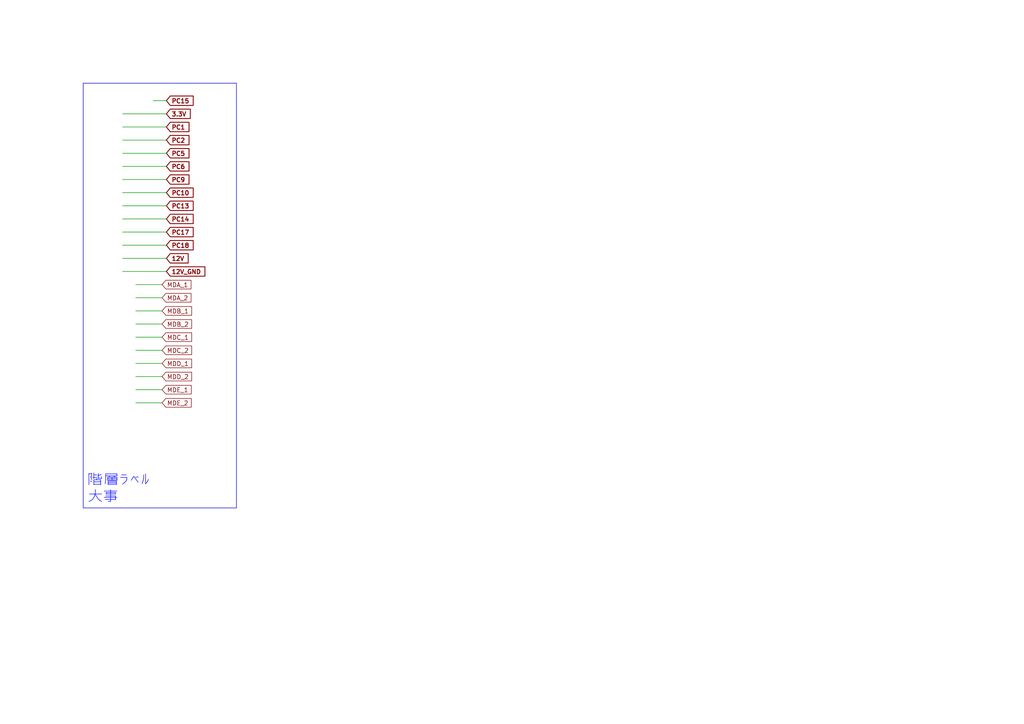
<source format=kicad_sch>
(kicad_sch (version 20230121) (generator eeschema)
  (paper "A4")
  (junction (at -71.12 262.89))
  (junction (at 52.07 267.97))
  (junction (at 118.11 262.89))
  (junction (at 95.25 255.27))
  (junction (at 52.07 255.27))
  (junction (at -35.56 273.05))
  (junction (at 547.37 135.89))
  (junction (at -71.12 273.05))
  (junction (at 95.25 273.05))
  (junction (at 95.25 252.73))
  (junction (at -12.7 250.19))
  (junction (at -147.32 255.27))
  (junction (at -71.12 252.73))
  (junction (at -147.32 262.89))
  (junction (at -35.56 255.27))
  (junction (at 408.94 166.37))
  (junction (at 473.71 46.99))
  (junction (at -93.98 273.05))
  (junction (at 549.91 77.47))
  (junction (at -115.57 172.72))
  (junction (at 118.11 255.27))
  (junction (at 334.01 78.74))
  (junction (at -12.7 273.05))
  (junction (at -147.32 250.19))
  (junction (at -104.14 172.72))
  (junction (at 332.74 255.27))
  (junction (at 29.21 250.19))
  (junction (at 52.07 265.43))
  (junction (at 331.47 224.79))
  (junction (at -124.46 267.97))
  (junction (at -93.98 250.19))
  (junction (at 95.25 267.97))
  (junction (at -124.46 255.27))
  (junction (at -93.98 252.73))
  (junction (at 118.11 267.97))
  (junction (at 95.25 265.43))
  (junction (at -147.32 273.05))
  (junction (at -124.46 252.73))
  (junction (at -35.56 265.43))
  (junction (at 402.59 224.79))
  (junction (at 118.11 250.19))
  (junction (at -93.98 267.97))
  (junction (at 473.71 77.47))
  (junction (at 118.11 252.73))
  (junction (at -35.56 252.73))
  (junction (at -93.98 255.27))
  (junction (at 334.01 166.37))
  (junction (at 331.47 48.26))
  (junction (at 549.91 166.37))
  (junction (at -71.12 265.43))
  (junction (at 29.21 265.43))
  (junction (at -12.7 255.27))
  (junction (at 471.17 135.89))
  (junction (at 52.07 262.89))
  (junction (at -124.46 262.89))
  (junction (at 469.9 166.37))
  (junction (at 29.21 273.05))
  (junction (at -124.46 250.19))
  (junction (at -93.98 262.89))
  (junction (at -71.12 267.97))
  (junction (at -35.56 250.19))
  (junction (at -12.7 262.89))
  (junction (at -106.68 140.97))
  (junction (at 408.94 255.27))
  (junction (at 29.21 267.97))
  (junction (at 52.07 273.05))
  (junction (at 118.11 273.05))
  (junction (at -127 172.72))
  (junction (at -115.57 140.97))
  (junction (at 539.75 46.99))
  (junction (at -12.7 265.43))
  (junction (at 52.07 252.73))
  (junction (at -12.7 252.73))
  (junction (at -106.68 172.72))
  (junction (at -147.32 267.97))
  (junction (at -124.46 265.43))
  (junction (at -147.32 265.43))
  (junction (at 95.25 262.89))
  (junction (at -124.46 273.05))
  (junction (at 29.21 255.27))
  (junction (at 406.4 135.89))
  (junction (at 408.94 78.74))
  (junction (at 118.11 265.43))
  (junction (at 406.4 48.26))
  (junction (at -71.12 255.27))
  (junction (at 52.07 250.19))
  (junction (at 95.25 250.19))
  (junction (at -127 140.97))
  (junction (at -93.98 265.43))
  (junction (at 330.2 135.89))
  (junction (at 29.21 262.89))
  (junction (at -104.14 140.97))
  (junction (at -12.7 267.97))
  (junction (at 29.21 252.73))
  (junction (at -35.56 267.97))
  (junction (at -71.12 250.19))
  (junction (at -147.32 252.73))
  (junction (at -35.56 262.89))
  (wire (pts (xy 473.71 67.31) (xy 473.71 77.47)))
  (wire (pts (xy 469.9 156.21) (xy 469.9 166.37)))
  (wire (pts (xy -35.56 265.43) (xy -35.56 267.97)))
  (wire (pts (xy -147.32 262.89) (xy -147.32 265.43)))
  (wire (pts (xy 361.95 153.67) (xy 355.6 153.67)))
  (wire (pts (xy 35.56 55.88) (xy 48.26 55.88)))
  (wire (pts (xy -35.56 255.27) (xy -35.56 257.81)))
  (wire (pts (xy -12.7 265.43) (xy 29.21 265.43)))
  (wire (pts (xy 535.94 121.92) (xy 547.37 121.92)))
  (wire (pts (xy -106.68 114.3) (xy -106.68 140.97)))
  (wire (pts (xy 323.85 48.26) (xy 331.47 48.26)))
  (wire (pts (xy 95.25 252.73) (xy 118.11 252.73)))
  (wire (pts (xy -93.98 247.65) (xy -93.98 250.19)))
  (wire (pts (xy 494.03 156.21) (xy 488.95 156.21)))
  (wire (pts (xy 494.03 152.4) (xy 494.03 156.21)))
  (wire (pts (xy 95.25 267.97) (xy 95.25 270.51)))
  (wire (pts (xy -106.68 172.72) (xy -106.68 184.15)))
  (wire (pts (xy 35.56 36.83) (xy 48.26 36.83)))
  (wire (pts (xy 349.25 66.04) (xy 334.01 66.04)))
  (wire (pts (xy -71.12 265.43) (xy -35.56 265.43)))
  (wire (pts (xy -106.68 -95.25) (xy -99.06 -95.25)))
  (wire (pts (xy 35.56 63.5) (xy 48.26 63.5)))
  (wire (pts (xy 349.25 133.35) (xy 340.36 133.35)))
  (wire (pts (xy -71.12 273.05) (xy -35.56 273.05)))
  (wire (pts (xy -35.56 247.65) (xy -35.56 250.19)))
  (wire (pts (xy 361.95 66.04) (xy 361.95 63.5)))
  (wire (pts (xy 39.37 113.03) (xy 46.99 113.03)))
  (wire (pts (xy -35.56 267.97) (xy -35.56 270.51)))
  (wire (pts (xy 344.17 125.73) (xy 330.2 125.73)))
  (wire (pts (xy -35.56 265.43) (xy -12.7 265.43)))
  (wire (pts (xy 39.37 82.55) (xy 46.99 82.55)))
  (wire (pts (xy 400.05 63.5) (xy 408.94 63.5)))
  (wire (pts (xy 481.33 156.21) (xy 469.9 156.21)))
  (wire (pts (xy -93.98 252.73) (xy -71.12 252.73)))
  (wire (pts (xy -138.43 140.97) (xy -127 140.97)))
  (wire (pts (xy 321.31 31.75) (xy 344.17 31.75)))
  (wire (pts (xy 39.37 105.41) (xy 46.99 105.41)))
  (wire (pts (xy -106.68 -92.71) (xy -99.06 -92.71)))
  (wire (pts (xy 29.21 247.65) (xy 29.21 250.19)))
  (wire (pts (xy 549.91 166.37) (xy 558.8 166.37)))
  (wire (pts (xy 400.05 151.13) (xy 408.94 151.13)))
  (wire (pts (xy 355.6 213.36) (xy 353.06 213.36)))
  (wire (pts (xy -35.56 252.73) (xy -12.7 252.73)))
  (wire (pts (xy -127 172.72) (xy -115.57 172.72)))
  (wire (pts (xy 39.37 101.6) (xy 46.99 101.6)))
  (wire (pts (xy -93.98 273.05) (xy -71.12 273.05)))
  (wire (pts (xy -124.46 250.19) (xy -124.46 252.73)))
  (wire (pts (xy 95.25 250.19) (xy 95.25 252.73)))
  (wire (pts (xy 35.56 40.64) (xy 48.26 40.64)))
  (wire (pts (xy 497.84 121.92) (xy 497.84 123.19)))
  (wire (pts (xy 471.17 123.19) (xy 471.17 135.89)))
  (wire (pts (xy 539.75 34.29) (xy 539.75 46.99)))
  (wire (pts (xy -12.7 252.73) (xy -12.7 255.27)))
  (wire (pts (xy 29.21 267.97) (xy 29.21 270.51)))
  (wire (pts (xy 52.07 247.65) (xy 52.07 250.19)))
  (wire (pts (xy 356.87 66.04) (xy 361.95 66.04)))
  (wire (pts (xy 340.36 128.27) (xy 340.36 133.35)))
  (wire (pts (xy 52.07 267.97) (xy 52.07 270.51)))
  (wire (pts (xy 35.56 48.26) (xy 48.26 48.26)))
  (wire (pts (xy -35.56 278.13) (xy -12.7 278.13)))
  (wire (pts (xy 326.39 224.79) (xy 331.47 224.79)))
  (wire (pts (xy 406.4 48.26) (xy 415.29 48.26)))
  (wire (pts (xy 118.11 255.27) (xy 118.11 257.81)))
  (wire (pts (xy 389.89 255.27) (xy 408.94 255.27)))
  (wire (pts (xy 39.37 93.98) (xy 46.99 93.98)))
  (wire (pts (xy 361.95 151.13) (xy 361.95 153.67)))
  (wire (pts (xy 95.25 278.13) (xy 118.11 278.13)))
  (wire (pts (xy 316.23 119.38) (xy 341.63 119.38)))
  (wire (pts (xy 549.91 77.47) (xy 549.91 66.04)))
  (wire (pts (xy 349.25 222.25) (xy 340.36 222.25)))
  (wire (pts (xy 389.89 78.74) (xy 408.94 78.74)))
  (wire (pts (xy 39.37 116.84) (xy 46.99 116.84)))
  (wire (pts (xy 325.12 166.37) (xy 334.01 166.37)))
  (wire (pts (xy 118.11 260.35) (xy 118.11 262.89)))
  (wire (pts (xy -124.46 267.97) (xy -124.46 270.51)))
  (wire (pts (xy 95.25 260.35) (xy 95.25 262.89)))
  (wire (pts (xy 356.87 242.57) (xy 356.87 245.11)))
  (wire (pts (xy 340.36 217.17) (xy 340.36 222.25)))
  (wire (pts (xy -93.98 252.73) (xy -93.98 255.27)))
  (wire (pts (xy -35.56 252.73) (xy -35.56 255.27)))
  (wire (pts (xy 351.79 38.1) (xy 353.06 38.1)))
  (wire (pts (xy 35.56 67.31) (xy 48.26 67.31)))
  (wire (pts (xy 35.56 33.02) (xy 48.26 33.02)))
  (wire (pts (xy -71.12 252.73) (xy -71.12 255.27)))
  (wire (pts (xy -115.57 140.97) (xy -106.68 140.97)))
  (wire (pts (xy 483.87 123.19) (xy 471.17 123.19)))
  (wire (pts (xy -104.14 140.97) (xy -106.68 140.97)))
  (wire (pts (xy 52.07 255.27) (xy 52.07 257.81)))
  (wire (pts (xy 331.47 224.79) (xy 341.63 224.79)))
  (wire (pts (xy -12.7 255.27) (xy -12.7 257.81)))
  (wire (pts (xy 459.74 31.75) (xy 478.79 31.75)))
  (wire (pts (xy 39.37 90.17) (xy 46.99 90.17)))
  (wire (pts (xy -158.75 265.43) (xy -147.32 265.43)))
  (wire (pts (xy 52.07 265.43) (xy 52.07 267.97)))
  (wire (pts (xy 473.71 46.99) (xy 482.6 46.99)))
  (wire (pts (xy -71.12 255.27) (xy -71.12 257.81)))
  (wire (pts (xy -115.57 172.72) (xy -106.68 172.72)))
  (wire (pts (xy 408.94 78.74) (xy 417.83 78.74)))
  (wire (pts (xy 29.21 260.35) (xy 29.21 262.89)))
  (wire (pts (xy -76.2 35.56) (xy -68.58 35.56)))
  (wire (pts (xy 321.31 208.28) (xy 340.36 208.28)))
  (wire (pts (xy 400.05 242.57) (xy 400.05 243.84)))
  (wire (pts (xy -127 140.97) (xy -115.57 140.97)))
  (wire (pts (xy -124.46 252.73) (xy -93.98 252.73)))
  (wire (pts (xy 532.13 152.4) (xy 549.91 152.4)))
  (wire (pts (xy -124.46 247.65) (xy -124.46 250.19)))
  (wire (pts (xy -124.46 265.43) (xy -93.98 265.43)))
  (wire (pts (xy -71.12 252.73) (xy -35.56 252.73)))
  (wire (pts (xy -71.12 262.89) (xy -71.12 265.43)))
  (wire (pts (xy 347.98 153.67) (xy 334.01 153.67)))
  (wire (pts (xy -104.14 35.56) (xy -92.71 35.56)))
  (wire (pts (xy 29.21 265.43) (xy 29.21 267.97)))
  (wire (pts (xy 52.07 265.43) (xy 95.25 265.43)))
  (wire (pts (xy 539.75 46.99) (xy 556.26 46.99)))
  (wire (pts (xy -147.32 278.13) (xy -124.46 278.13)))
  (wire (pts (xy 118.11 252.73) (xy 123.19 252.73)))
  (wire (pts (xy -127 158.75) (xy -127 172.72)))
  (wire (pts (xy 332.74 245.11) (xy 332.74 255.27)))
  (wire (pts (xy -147.32 247.65) (xy -147.32 250.19)))
  (wire (pts (xy 340.36 40.64) (xy 340.36 45.72)))
  (wire (pts (xy -12.7 265.43) (xy -12.7 267.97)))
  (wire (pts (xy -127 140.97) (xy -127 151.13)))
  (wire (pts (xy -147.32 255.27) (xy -147.32 257.81)))
  (wire (pts (xy 331.47 38.1) (xy 344.17 38.1)))
  (wire (pts (xy 408.94 255.27) (xy 417.83 255.27)))
  (wire (pts (xy -147.32 273.05) (xy -124.46 273.05)))
  (wire (pts (xy 494.03 34.29) (xy 494.03 36.83)))
  (wire (pts (xy -12.7 273.05) (xy 29.21 273.05)))
  (wire (pts (xy 95.25 247.65) (xy 95.25 250.19)))
  (wire (pts (xy 39.37 97.79) (xy 46.99 97.79)))
  (wire (pts (xy 496.57 66.04) (xy 496.57 67.31)))
  (wire (pts (xy 29.21 275.59) (xy 52.07 275.59)))
  (wire (pts (xy 549.91 152.4) (xy 549.91 166.37)))
  (wire (pts (xy 406.4 121.92) (xy 406.4 135.89)))
  (wire (pts (xy 408.94 255.27) (xy 408.94 243.84)))
  (wire (pts (xy -12.7 260.35) (xy -12.7 262.89)))
  (wire (pts (xy 118.11 252.73) (xy 118.11 255.27)))
  (wire (pts (xy -93.98 260.35) (xy -93.98 262.89)))
  (wire (pts (xy 326.39 255.27) (xy 332.74 255.27)))
  (wire (pts (xy 473.71 77.47) (xy 485.14 77.47)))
  (wire (pts (xy 95.25 255.27) (xy 95.25 257.81)))
  (wire (pts (xy 492.76 163.83) (xy 483.87 163.83)))
  (wire (pts (xy 408.94 166.37) (xy 417.83 166.37)))
  (wire (pts (xy -71.12 265.43) (xy -71.12 267.97)))
  (wire (pts (xy -124.46 252.73) (xy -124.46 255.27)))
  (wire (pts (xy -160.02 252.73) (xy -147.32 252.73)))
  (wire (pts (xy 349.25 45.72) (xy 340.36 45.72)))
  (wire (pts (xy 351.79 163.83) (xy 342.9 163.83)))
  (wire (pts (xy 497.84 123.19) (xy 491.49 123.19)))
  (wire (pts (xy -93.98 172.72) (xy -104.14 172.72)))
  (wire (pts (xy -93.98 265.43) (xy -71.12 265.43)))
  (wire (pts (xy 342.9 158.75) (xy 342.9 163.83)))
  (wire (pts (xy 52.07 260.35) (xy 52.07 262.89)))
  (wire (pts (xy -147.32 265.43) (xy -124.46 265.43)))
  (wire (pts (xy 490.22 44.45) (xy 481.33 44.45)))
  (wire (pts (xy 528.32 135.89) (xy 547.37 135.89)))
  (wire (pts (xy 29.21 278.13) (xy 52.07 278.13)))
  (wire (pts (xy -147.32 250.19) (xy -147.32 252.73)))
  (wire (pts (xy 481.33 39.37) (xy 481.33 44.45)))
  (wire (pts (xy 355.6 210.82) (xy 355.6 213.36)))
  (wire (pts (xy -35.56 250.19) (xy -35.56 252.73)))
  (wire (pts (xy 389.89 166.37) (xy 408.94 166.37)))
  (wire (pts (xy -85.09 35.56) (xy -83.82 35.56)))
  (wire (pts (xy 483.87 36.83) (xy 473.71 36.83)))
  (wire (pts (xy 330.2 125.73) (xy 330.2 135.89)))
  (wire (pts (xy -124.46 265.43) (xy -124.46 267.97)))
  (wire (pts (xy -104.14 172.72) (xy -106.68 172.72)))
  (wire (pts (xy 118.11 247.65) (xy 118.11 250.19)))
  (wire (pts (xy 466.09 63.5) (xy 487.68 63.5)))
  (wire (pts (xy -124.46 273.05) (xy -93.98 273.05)))
  (wire (pts (xy 29.21 265.43) (xy 52.07 265.43)))
  (wire (pts (xy 532.13 34.29) (xy 539.75 34.29)))
  (wire (pts (xy 356.87 125.73) (xy 351.79 125.73)))
  (wire (pts (xy 95.25 262.89) (xy 95.25 265.43)))
  (wire (pts (xy -138.43 172.72) (xy -127 172.72)))
  (wire (pts (xy 95.25 275.59) (xy 118.11 275.59)))
  (wire (pts (xy -115.57 140.97) (xy -115.57 151.13)))
  (wire (pts (xy 502.92 66.04) (xy 496.57 66.04)))
  (wire (pts (xy -35.56 275.59) (xy -12.7 275.59)))
  (wire (pts (xy -147.32 275.59) (xy -124.46 275.59)))
  (wire (pts (xy 471.17 135.89) (xy 482.6 135.89)))
  (wire (pts (xy -71.12 267.97) (xy -71.12 270.51)))
  (wire (pts (xy 408.94 166.37) (xy 408.94 151.13)))
  (wire (pts (xy -147.32 267.97) (xy -147.32 270.51)))
  (wire (pts (xy 118.11 267.97) (xy 118.11 270.51)))
  (wire (pts (xy -71.12 250.19) (xy -71.12 252.73)))
  (wire (pts (xy 342.9 71.12) (xy 342.9 76.2)))
  (wire (pts (xy 95.25 265.43) (xy 118.11 265.43)))
  (wire (pts (xy 35.56 71.12) (xy 48.26 71.12)))
  (wire (pts (xy 354.33 148.59) (xy 355.6 148.59)))
  (wire (pts (xy 406.4 34.29) (xy 406.4 48.26)))
  (wire (pts (xy -35.56 273.05) (xy -12.7 273.05)))
  (wire (pts (xy 35.56 78.74) (xy 48.26 78.74)))
  (wire (pts (xy 490.22 133.35) (xy 481.33 133.35)))
  (wire (pts (xy 44.45 29.21) (xy 48.26 29.21)))
  (wire (pts (xy 469.9 166.37) (xy 485.14 166.37)))
  (wire (pts (xy 118.11 262.89) (xy 118.11 265.43)))
  (wire (pts (xy 481.33 128.27) (xy 481.33 133.35)))
  (wire (pts (xy -104.14 158.75) (xy -104.14 172.72)))
  (wire (pts (xy 473.71 36.83) (xy 473.71 46.99)))
  (wire (pts (xy 468.63 119.38) (xy 482.6 119.38)))
  (wire (pts (xy 393.7 210.82) (xy 402.59 210.82)))
  (wire (pts (xy 322.58 135.89) (xy 330.2 135.89)))
  (wire (pts (xy -71.12 260.35) (xy -71.12 262.89)))
  (wire (pts (xy -35.56 260.35) (xy -35.56 262.89)))
  (wire (pts (xy 402.59 210.82) (xy 402.59 224.79)))
  (wire (pts (xy -93.98 275.59) (xy -71.12 275.59)))
  (wire (pts (xy 35.56 59.69) (xy 48.26 59.69)))
  (wire (pts (xy -124.46 255.27) (xy -124.46 257.81)))
  (wire (pts (xy 394.97 121.92) (xy 406.4 121.92)))
  (wire (pts (xy 351.79 252.73) (xy 342.9 252.73)))
  (wire (pts (xy 549.91 77.47) (xy 558.8 77.47)))
  (wire (pts (xy -12.7 252.73) (xy 29.21 252.73)))
  (wire (pts (xy 328.93 60.96) (xy 346.71 60.96)))
  (wire (pts (xy 95.25 265.43) (xy 95.25 267.97)))
  (wire (pts (xy 39.37 86.36) (xy 46.99 86.36)))
  (wire (pts (xy 356.87 121.92) (xy 356.87 125.73)))
  (wire (pts (xy 344.17 245.11) (xy 332.74 245.11)))
  (wire (pts (xy 334.01 78.74) (xy 344.17 78.74)))
  (wire (pts (xy 483.87 158.75) (xy 483.87 163.83)))
  (wire (pts (xy 402.59 224.79) (xy 415.29 224.79)))
  (wire (pts (xy 331.47 213.36) (xy 331.47 224.79)))
  (wire (pts (xy -147.32 265.43) (xy -147.32 267.97)))
  (wire (pts (xy -93.98 262.89) (xy -93.98 265.43)))
  (wire (pts (xy 547.37 135.89) (xy 556.26 135.89)))
  (wire (pts (xy 332.74 255.27) (xy 344.17 255.27)))
  (wire (pts (xy -12.7 267.97) (xy -12.7 270.51)))
  (wire (pts (xy 29.21 252.73) (xy 29.21 255.27)))
  (wire (pts (xy 494.03 36.83) (xy 491.49 36.83)))
  (wire (pts (xy 328.93 148.59) (xy 347.98 148.59)))
  (wire (pts (xy 330.2 135.89) (xy 341.63 135.89)))
  (wire (pts (xy -93.98 278.13) (xy -71.12 278.13)))
  (wire (pts (xy 353.06 34.29) (xy 359.41 34.29)))
  (wire (pts (xy -71.12 247.65) (xy -71.12 250.19)))
  (wire (pts (xy 463.55 46.99) (xy 473.71 46.99)))
  (wire (pts (xy 29.21 252.73) (xy 52.07 252.73)))
  (wire (pts (xy 52.07 262.89) (xy 52.07 265.43)))
  (wire (pts (xy 387.35 48.26) (xy 406.4 48.26)))
  (wire (pts (xy 408.94 78.74) (xy 408.94 63.5)))
  (wire (pts (xy 29.21 250.19) (xy 29.21 252.73)))
  (wire (pts (xy 353.06 38.1) (xy 353.06 34.29)))
  (wire (pts (xy 52.07 252.73) (xy 95.25 252.73)))
  (wire (pts (xy -124.46 262.89) (xy -124.46 265.43)))
  (wire (pts (xy -147.32 252.73) (xy -124.46 252.73)))
  (wire (pts (xy -35.56 262.89) (xy -35.56 265.43)))
  (wire (pts (xy 488.95 67.31) (xy 473.71 67.31)))
  (wire (pts (xy 95.25 273.05) (xy 118.11 273.05)))
  (wire (pts (xy 467.36 135.89) (xy 471.17 135.89)))
  (wire (pts (xy 356.87 245.11) (xy 351.79 245.11)))
  (wire (pts (xy 52.07 250.19) (xy 52.07 252.73)))
  (wire (pts (xy 547.37 121.92) (xy 547.37 135.89)))
  (wire (pts (xy -12.7 250.19) (xy -12.7 252.73)))
  (wire (pts (xy 325.12 78.74) (xy 334.01 78.74)))
  (wire (pts (xy -138.43 158.75) (xy -138.43 172.72)))
  (wire (pts (xy 528.32 46.99) (xy 539.75 46.99)))
  (wire (pts (xy -138.43 151.13) (xy -138.43 140.97)))
  (wire (pts (xy -93.98 140.97) (xy -104.14 140.97)))
  (wire (pts (xy -12.7 247.65) (xy -12.7 250.19)))
  (wire (pts (xy 406.4 135.89) (xy 415.29 135.89)))
  (wire (pts (xy 394.97 242.57) (xy 400.05 242.57)))
  (wire (pts (xy 39.37 109.22) (xy 46.99 109.22)))
  (wire (pts (xy 52.07 252.73) (xy 52.07 255.27)))
  (wire (pts (xy 35.56 52.07) (xy 48.26 52.07)))
  (wire (pts (xy -147.32 260.35) (xy -147.32 262.89)))
  (wire (pts (xy 29.21 262.89) (xy 29.21 265.43)))
  (wire (pts (xy 464.82 166.37) (xy 469.9 166.37)))
  (wire (pts (xy 331.47 38.1) (xy 331.47 48.26)))
  (wire (pts (xy 29.21 255.27) (xy 29.21 257.81)))
  (wire (pts (xy 351.79 76.2) (xy 342.9 76.2)))
  (wire (pts (xy 334.01 66.04) (xy 334.01 78.74)))
  (wire (pts (xy -115.57 158.75) (xy -115.57 172.72)))
  (wire (pts (xy -147.32 252.73) (xy -147.32 255.27)))
  (wire (pts (xy 35.56 74.93) (xy 48.26 74.93)))
  (wire (pts (xy 492.76 74.93) (xy 483.87 74.93)))
  (wire (pts (xy -93.98 255.27) (xy -93.98 257.81)))
  (wire (pts (xy -93.98 267.97) (xy -93.98 270.51)))
  (wire (pts (xy 397.51 34.29) (xy 406.4 34.29)))
  (wire (pts (xy 35.56 44.45) (xy 48.26 44.45)))
  (wire (pts (xy 541.02 66.04) (xy 549.91 66.04)))
  (wire (pts (xy -93.98 250.19) (xy -93.98 252.73)))
  (wire (pts (xy -93.98 265.43) (xy -93.98 267.97)))
  (wire (pts (xy -104.14 151.13) (xy -104.14 140.97)))
  (wire (pts (xy 483.87 69.85) (xy 483.87 74.93)))
  (wire (pts (xy 334.01 153.67) (xy 334.01 166.37)))
  (wire (pts (xy 387.35 224.79) (xy 402.59 224.79)))
  (wire (pts (xy 530.86 77.47) (xy 549.91 77.47)))
  (wire (pts (xy 29.21 273.05) (xy 52.07 273.05)))
  (wire (pts (xy 400.05 243.84) (xy 408.94 243.84)))
  (wire (pts (xy 334.01 166.37) (xy 344.17 166.37)))
  (wire (pts (xy 345.44 213.36) (xy 331.47 213.36)))
  (wire (pts (xy 118.11 273.05) (xy 124.46 273.05)))
  (wire (pts (xy 464.82 149.86) (xy 478.79 149.86)))
  (wire (pts (xy 118.11 250.19) (xy 118.11 252.73)))
  (wire (pts (xy 95.25 252.73) (xy 95.25 255.27)))
  (wire (pts (xy -12.7 262.89) (xy -12.7 265.43)))
  (wire (pts (xy 530.86 166.37) (xy 549.91 166.37)))
  (wire (pts (xy 331.47 48.26) (xy 341.63 48.26)))
  (wire (pts (xy 342.9 247.65) (xy 342.9 252.73)))
  (wire (pts (xy 320.04 240.03) (xy 341.63 240.03)))
  (wire (pts (xy -124.46 260.35) (xy -124.46 262.89)))
  (wire (pts (xy 387.35 135.89) (xy 406.4 135.89)))
  (wire (pts (xy 118.11 265.43) (xy 118.11 267.97)))
  (wire (pts (xy -154.94 273.05) (xy -147.32 273.05)))
  (wire (pts (xy 52.07 273.05) (xy 95.25 273.05)))
  (wire (pts (xy 464.82 77.47) (xy 473.71 77.47)))
  (rectangle (start 93.98 -21.59) (end 93.98 -21.59))
  (rectangle (start -151.13 -118.11) (end -19.05 -5.08))
  (rectangle (start 93.98 -21.59) (end 93.98 -21.59))
  (rectangle (start 321.31 115.57) (end 455.93 199.39))
  (rectangle (start 24.13 24.13) (end 68.58 147.32))
  (rectangle (start 321.31 204.47) (end 455.93 288.29))
  (rectangle (start 321.31 27.94) (end 455.93 111.76))
  (rectangle (start 93.98 -21.59) (end 93.98 -21.59))
  (rectangle (start -134.62 5.08) (end -25.4 97.79))
  (rectangle (start 462.28 115.57) (end 596.9 199.39))
  (rectangle (start -175.26 99.06) (end -30.48 209.55))
  (rectangle (start -173.99 219.71) (end 176.53 330.2))
  (rectangle (start 462.28 26.67) (end 596.9 110.49))
  (text "反転なしMDA\n" (at 389.89 110.49 0) (effects (font (size 8 8) (thickness 1.6) bold) (justify left bottom)))
  (text "反転なしMDE\n" (at 389.89 287.02 0) (effects (font (size 8 8) (thickness 1.6) bold) (justify left bottom)))
  (text "12V用ライト" (at -109.22 86.36 0) (effects (font (size 10 10) bold) (justify left bottom)))
  (text "反転なしMDC\n" (at 389.89 198.12 0) (effects (font (size 8 8) (thickness 1.6) bold) (justify left bottom)))
  (text "こねくた" (at -124.46 -12.7 0) (effects (font (size 10 10) (thickness 2) bold) (justify left bottom)))
  (text "階層ラベル\n大事" (at 25.4 146.05 0) (effects (font (size 3 3)) (justify left bottom)))
  (text "反転なしMDB\n" (at 530.86 109.22 0) (effects (font (size 8 8) (thickness 1.6) bold) (justify left bottom)))
  (text "コンデンサ" (at -167.64 207.01 0) (effects (font (size 10 10) (thickness 2) bold) (justify left bottom)))
  (text "反転なしMDD" (at 530.86 198.12 0) (effects (font (size 8 8) (thickness 1.6) bold) (justify left bottom)))
  (text "コネクタピン_12V\n" (at -168.91 322.58 0) (effects (font (size 10 10) bold) (justify left bottom)))
  (label "MDC_2" (at 337.82 166.37 0))
  (label "PA10" (at 104.14 275.59 0))
  (label "MDE_2" (at 337.82 255.27 0))
  (label "PA8" (at 39.37 275.59 0))
  (label "MDE_1" (at 335.28 224.79 0))
  (label "PA8" (at 483.87 160.02 0))
  (label "PA7" (at 39.37 278.13 0))
  (label "12V" (at -97.79 35.56 180))
  (label "GND" (at 463.55 31.75 0) (effects (font bold)))
  (label "GND" (at 334.01 60.96 0) (effects (font bold)))
  (label "PA7" (at 481.33 129.54 0))
  (label "12V" (at -104.14 -95.25 0))
  (label "12V_GND" (at -74.93 35.56 0))
  (label "MDD_2" (at 478.79 166.37 0))
  (label "3.3V" (at 556.26 46.99 0))
  (label "PA1" (at 340.36 41.91 0))
  (label "3.3V" (at 417.83 255.27 0))
  (label "PA3" (at -83.82 278.13 0))
  (label "GND" (at 327.66 119.38 0) (effects (font bold)))
  (label "PA2" (at -137.16 275.59 0))
  (label "PA5" (at 340.36 129.54 0))
  (label "GND" (at 467.36 149.86 0) (effects (font bold)))
  (label "3.3V" (at 558.8 77.47 0))
  (label "GND" (at 468.63 63.5 0) (effects (font bold)))
  (label "MDB_1" (at 466.09 46.99 0))
  (label "MDB_2" (at 478.79 77.47 0))
  (label "GND" (at -151.13 273.05 0))
  (label "12V_GND" (at -121.92 265.43 0))
  (label "MDD_1" (at 476.25 135.89 0))
  (label "PA4" (at -83.82 275.59 0))
  (label "PA9" (at 105.41 278.13 0))
  (label "3.3V" (at 558.8 166.37 0))
  (label "12V" (at -153.67 252.73 0))
  (label "3.3V" (at 415.29 224.79 0))
  (label "PA4" (at 483.87 71.12 0))
  (label "12V_GND" (at -104.14 -92.71 0))
  (label "PA1" (at -137.16 278.13 0))
  (label "PA5" (at -26.67 278.13 0))
  (label "12V_GND" (at -106.68 180.34 0))
  (label "3.3V" (at 415.29 48.26 0))
  (label "GND" (at 331.47 31.75 0) (effects (font bold)))
  (label "12V" (at -106.68 120.65 0))
  (label "GND" (at 323.85 208.28 0) (effects (font bold)))
  (label "GND" (at 471.17 119.38 0) (effects (font bold)))
  (label "PA9" (at 340.36 218.44 0))
  (label "MDA_2" (at 337.82 78.74 0))
  (label "MDA_1" (at 335.28 48.26 0))
  (label "GND" (at 331.47 148.59 0) (effects (font bold)))
  (label "3.3V" (at 556.26 135.89 0))
  (label "3.3V" (at 417.83 78.74 0))
  (label "PA10" (at 342.9 248.92 0))
  (label "GND" (at 322.58 240.03 0) (effects (font bold)))
  (label "3.3V" (at 417.83 166.37 0))
  (label "PA2" (at 342.9 72.39 0))
  (label "PA6" (at 342.9 160.02 0))
  (label "MDC_1" (at 335.28 135.89 0))
  (label "3.3V" (at 415.29 135.89 0))
  (label "PA6" (at -26.67 275.59 0))
  (label "PA3" (at 481.33 40.64 0))
  (global_label "MDA_1" (shape input) (at 46.99 82.55 0) (property "Intersheetrefs" "${INTERSHEET_REFS}" (effects hide)))
  (global_label "MDD_1" (shape input) (at 46.99 105.41 0) (property "Intersheetrefs" "${INTERSHEET_REFS}" (effects hide)))
  (global_label "PC2" (shape input) (at 48.26 40.64 0) (effects (font bold)) (property "Intersheetrefs" "${INTERSHEET_REFS}" (effects hide)))
  (global_label "MDA_2" (shape input) (at 46.99 86.36 0) (property "Intersheetrefs" "${INTERSHEET_REFS}" (effects hide)))
  (global_label "PC6" (shape input) (at 48.26 48.26 0) (effects (font bold)) (property "Intersheetrefs" "${INTERSHEET_REFS}" (effects hide)))
  (global_label "PC18" (shape input) (at 48.26 71.12 0) (effects (font bold)) (property "Intersheetrefs" "${INTERSHEET_REFS}" (effects hide)))
  (global_label "MDC_2" (shape input) (at 46.99 101.6 0) (property "Intersheetrefs" "${INTERSHEET_REFS}" (effects hide)))
  (global_label "PC10" (shape input) (at 48.26 55.88 0) (effects (font bold)) (property "Intersheetrefs" "${INTERSHEET_REFS}" (effects hide)))
  (global_label "3.3V" (shape input) (at 48.26 33.02 0) (effects (font bold)) (property "Intersheetrefs" "${INTERSHEET_REFS}" (effects hide)))
  (global_label "12V" (shape input) (at 48.26 74.93 0) (effects (font bold)) (property "Intersheetrefs" "${INTERSHEET_REFS}" (effects hide)))
  (global_label "MDC_1" (shape input) (at 46.99 97.79 0) (property "Intersheetrefs" "${INTERSHEET_REFS}" (effects hide)))
  (global_label "PC5" (shape input) (at 48.26 44.45 0) (effects (font bold)) (property "Intersheetrefs" "${INTERSHEET_REFS}" (effects hide)))
  (global_label "MDB_2" (shape input) (at 46.99 93.98 0) (property "Intersheetrefs" "${INTERSHEET_REFS}" (effects hide)))
  (global_label "12V_GND" (shape input) (at 48.26 78.74 0) (effects (font bold)) (property "Intersheetrefs" "${INTERSHEET_REFS}" (effects hide)))
  (global_label "PC14" (shape input) (at 48.26 63.5 0) (effects (font bold)) (property "Intersheetrefs" "${INTERSHEET_REFS}" (effects hide)))
  (global_label "MDE_2" (shape input) (at 46.99 116.84 0) (property "Intersheetrefs" "${INTERSHEET_REFS}" (effects hide)))
  (global_label "MDD_2" (shape input) (at 46.99 109.22 0) (property "Intersheetrefs" "${INTERSHEET_REFS}" (effects hide)))
  (global_label "PC1" (shape input) (at 48.26 36.83 0) (effects (font bold)) (property "Intersheetrefs" "${INTERSHEET_REFS}" (effects hide)))
  (global_label "PC17" (shape input) (at 48.26 67.31 0) (effects (font bold)) (property "Intersheetrefs" "${INTERSHEET_REFS}" (effects hide)))
  (global_label "MDE_1" (shape input) (at 46.99 113.03 0) (property "Intersheetrefs" "${INTERSHEET_REFS}" (effects hide)))
  (global_label "PC9" (shape input) (at 48.26 52.07 0) (effects (font bold)) (property "Intersheetrefs" "${INTERSHEET_REFS}" (effects hide)))
  (global_label "PC13" (shape input) (at 48.26 59.69 0) (effects (font bold)) (property "Intersheetrefs" "${INTERSHEET_REFS}" (effects hide)))
  (global_label "PC15" (shape input) (at 48.26 29.21 0) (effects (font bold)) (property "Intersheetrefs" "${INTERSHEET_REFS}" (effects hide)))
  (global_label "MDB_1" (shape input) (at 46.99 90.17 0) (property "Intersheetrefs" "${INTERSHEET_REFS}" (effects hide)))
  (symbol (lib_id "Device:R") (at 347.98 166.37 270) (unit 1)
    (property "Reference" "R24" (at 347.98 161.29 90))
    (property "Value" "R" (at 347.98 163.83 90))
    (property "Footprint" "Resistor_SMD:R_0603_1608Metric" (effects hide))
  )
  (symbol (lib_id "2SC2712-GR_TE85L_F3:2SC2712-GR_TE85L,F") (at 351.79 166.37 0) (mirror x) (unit 1)
    (property "Reference" "Q?" (effects hide))
    (property "Value" "2SC2712-GR_TE85L,F" (at 370.84 171.45 0) (effects (font italic)))
    (property "Footprint" "2SC2712-GR_TE85L_F_バイポート:SOT95P260X156-3N" (effects hide))
    (property "Datasheet" "https://toshiba.semicon-storage.com/info/docget.jsp?did=19227&prodName=2SC2712" (effects hide))
    (property "Height" "1.56" (effects hide))
    (property "Manufacturer_Name" "Toshiba" (effects hide))
    (property "Manufacturer_Part_Number" "2SC2712-GR(TE85L,F" (effects hide))
    (property "Mouser Part Number" "757-2SC2712-GRTE85LF" (effects hide))
    (property "Mouser Price/Stock" "https://www.mouser.co.uk/ProductDetail/Toshiba/2SC2712-GRTE85LF?qs=f0GatGUIxV0SO9AeNG4Chw%3D%3D" (effects hide))
    (property "Arrow Part Number" "2SC2712-GR(TE85L,F" (effects hide))
    (property "Arrow Price/Stock" "https://www.arrow.com/en/products/2sc2712-gr-te85lf/toshiba?region=nac" (effects hide))
    (instances (project "unit_base" (path "" (reference "Q?") (unit 1)) (path "" (reference "Q15") (unit 1))))
  )
  (symbol (lib_id "Device:R") (at 353.06 66.04 270) (unit 1)
    (property "Reference" "R30" (at 353.06 60.96 90))
    (property "Value" "R" (at 353.06 63.5 90))
    (property "Footprint" "Resistor_SMD:R_0603_1608Metric" (effects hide))
  )
  (symbol (lib_id "2SC2712-GR_TE85L_F3:2SC2712-GR_TE85L,F") (at 492.76 166.37 0) (mirror x) (unit 1)
    (property "Reference" "Q?" (effects hide))
    (property "Value" "2SC2712-GR_TE85L,F" (at 511.81 171.45 0) (effects (font italic)))
    (property "Footprint" "2SC2712-GR_TE85L_F_バイポート:SOT95P260X156-3N" (effects hide))
    (property "Datasheet" "https://toshiba.semicon-storage.com/info/docget.jsp?did=19227&prodName=2SC2712" (effects hide))
    (property "Height" "1.56" (effects hide))
    (property "Manufacturer_Name" "Toshiba" (effects hide))
    (property "Manufacturer_Part_Number" "2SC2712-GR(TE85L,F" (effects hide))
    (property "Mouser Part Number" "757-2SC2712-GRTE85LF" (effects hide))
    (property "Mouser Price/Stock" "https://www.mouser.co.uk/ProductDetail/Toshiba/2SC2712-GRTE85LF?qs=f0GatGUIxV0SO9AeNG4Chw%3D%3D" (effects hide))
    (property "Arrow Part Number" "2SC2712-GR(TE85L,F" (effects hide))
    (property "Arrow Price/Stock" "https://www.arrow.com/en/products/2sc2712-gr-te85lf/toshiba?region=nac" (effects hide))
    (instances (project "unit_base" (path "" (reference "Q?") (unit 1)) (path "" (reference "Q26") (unit 1))))
  )
  (symbol (lib_id "HIF3FB-26DA-2_54DSA_71_:HIF3FB-26DA-2.54DSA_71_") (at -93.98 247.65 0) (unit 1)
    (property "Reference" "J2" (at -82.55 240.03 0))
    (property "Value" "HIF3FB-26DA-2.54DSA_71_" (at -82.55 242.57 0))
    (property "Footprint" "26pin:RHDR26W71P254_2X13_3759X600X980Pソケット" (effects hide))
    (property "Datasheet" "https://componentsearchengine.com/Datasheets/1/HIF3FB-26DA-2.54DSA(71).pdf" (effects hide))
    (property "Height" "9.8" (effects hide))
    (property "Manufacturer_Name" "Hirose" (effects hide))
    (property "Manufacturer_Part_Number" "HIF3FB-26DA-2.54DSA(71)" (effects hide))
    (property "Mouser Part Number" "798-HIF3FB26DA254D71" (effects hide))
    (property "Mouser Price/Stock" "https://www.mouser.co.uk/ProductDetail/Hirose-Connector/HIF3FB-26DA-2.54DSA71?qs=eDUdFcBPps2oa4IuoR9adg%3D%3D" (effects hide))
    (instances (project "unit_base" (path "" (reference "J2") (unit 1)) (path "" (reference "J13") (unit 1))))
  )
  (symbol (lib_id "2SC2712-GR_TE85L_F3:2SC2712-GR_TE85L,F") (at 355.6 210.82 0) (mirror x) (unit 1)
    (property "Reference" "Q?" (effects hide))
    (property "Value" "2SC2712-GR_TE85L,F" (at 374.65 215.9 0) (effects (font italic)))
    (property "Footprint" "2SC2712-GR_TE85L_F_バイポート:SOT95P260X156-3N" (effects hide))
    (property "Datasheet" "https://toshiba.semicon-storage.com/info/docget.jsp?did=19227&prodName=2SC2712" (effects hide))
    (property "Height" "1.56" (effects hide))
    (property "Manufacturer_Name" "Toshiba" (effects hide))
    (property "Manufacturer_Part_Number" "2SC2712-GR(TE85L,F" (effects hide))
    (property "Mouser Part Number" "757-2SC2712-GRTE85LF" (effects hide))
    (property "Mouser Price/Stock" "https://www.mouser.co.uk/ProductDetail/Toshiba/2SC2712-GRTE85LF?qs=f0GatGUIxV0SO9AeNG4Chw%3D%3D" (effects hide))
    (property "Arrow Part Number" "2SC2712-GR(TE85L,F" (effects hide))
    (property "Arrow Price/Stock" "https://www.arrow.com/en/products/2sc2712-gr-te85lf/toshiba?region=nac" (effects hide))
    (instances (project "unit_base" (path "" (reference "Q?") (unit 1)) (path "" (reference "Q5") (unit 1))))
  )
  (symbol (lib_id "Device:LED") (at 344.17 208.28 0) (unit 1)
    (property "Reference" "D14" (at 342.5825 203.2 0))
    (property "Value" "LED" (at 342.5825 205.74 0))
    (property "Footprint" "LED_SMD:LED_0603_1608Metric" (effects hide))
  )
  (symbol (lib_id "Device:R") (at 345.44 48.26 270) (unit 1)
    (property "Reference" "R20" (at 345.44 43.18 90))
    (property "Value" "R" (at 345.44 45.72 90))
    (property "Footprint" "Resistor_SMD:R_0603_1608Metric" (effects hide))
  )
  (symbol (lib_id "Device:LED") (at 482.6 31.75 0) (unit 1)
    (property "Reference" "D10" (at 481.0125 26.67 0))
    (property "Value" "LED" (at 481.0125 29.21 0))
    (property "Footprint" "LED_SMD:LED_0603_1608Metric" (effects hide))
  )
  (symbol (lib_id "Device:R") (at 347.98 125.73 270) (unit 1)
    (property "Reference" "R26" (at 347.98 120.65 90))
    (property "Value" "R" (at 347.98 123.19 90))
    (property "Footprint" "Resistor_SMD:R_0603_1608Metric" (effects hide))
  )
  (symbol (lib_id "Device:R") (at 347.98 245.11 270) (unit 1)
    (property "Reference" "R27" (at 347.98 240.03 90))
    (property "Value" "R" (at 347.98 242.57 90))
    (property "Footprint" "Resistor_SMD:R_0603_1608Metric" (effects hide))
  )
  (symbol (lib_id "2SC2712-GR_TE85L_F3:2SC2712-GR_TE85L,F") (at 351.79 255.27 0) (mirror x) (unit 1)
    (property "Reference" "Q?" (effects hide))
    (property "Value" "2SC2712-GR_TE85L,F" (at 370.84 260.35 0) (effects (font italic)))
    (property "Footprint" "2SC2712-GR_TE85L_F_バイポート:SOT95P260X156-3N" (effects hide))
    (property "Datasheet" "https://toshiba.semicon-storage.com/info/docget.jsp?did=19227&prodName=2SC2712" (effects hide))
    (property "Height" "1.56" (effects hide))
    (property "Manufacturer_Name" "Toshiba" (effects hide))
    (property "Manufacturer_Part_Number" "2SC2712-GR(TE85L,F" (effects hide))
    (property "Mouser Part Number" "757-2SC2712-GRTE85LF" (effects hide))
    (property "Mouser Price/Stock" "https://www.mouser.co.uk/ProductDetail/Toshiba/2SC2712-GRTE85LF?qs=f0GatGUIxV0SO9AeNG4Chw%3D%3D" (effects hide))
    (property "Arrow Part Number" "2SC2712-GR(TE85L,F" (effects hide))
    (property "Arrow Price/Stock" "https://www.arrow.com/en/products/2sc2712-gr-te85lf/toshiba?region=nac" (effects hide))
    (instances (project "unit_base" (path "" (reference "Q?") (unit 1)) (path "" (reference "Q16") (unit 1))))
  )
  (symbol (lib_id "Device:LED") (at 345.44 119.38 0) (unit 1)
    (property "Reference" "D13" (at 343.8525 114.3 0))
    (property "Value" "LED" (at 343.8525 116.84 0))
    (property "Footprint" "LED_SMD:LED_0603_1608Metric" (effects hide))
  )
  (symbol (lib_id "Device:C") (at -138.43 154.94 0) (unit 1)
    (property "Reference" "C?" (at -134.62 153.67 0) (effects (justify left)))
    (property "Value" "C" (at -134.62 156.21 0) (effects (justify left)))
    (property "Footprint" "Capacitor_THT:C_Radial_D8.0mm_H11.5mm_P3.50mm" (effects hide))
    (instances (project "unit_base" (path "" (reference "C?") (unit 1)) (path "" (reference "C29") (unit 1))))
  )
  (symbol (lib_id "Device:R") (at 347.98 38.1 270) (unit 1)
    (property "Reference" "R19" (at 347.98 33.02 90))
    (property "Value" "R" (at 347.98 35.56 90))
    (property "Footprint" "Resistor_SMD:R_0603_1608Metric" (effects hide))
  )
  (symbol (lib_id "Device:R") (at 494.03 119.38 270) (unit 1)
    (property "Reference" "R53" (at 494.03 114.3 90))
    (property "Value" "R" (at 494.03 116.84 90))
    (property "Footprint" "Resistor_SMD:R_0603_1608Metric" (effects hide))
  )
  (symbol (lib_id "2SC2712-GR_TE85L_F3:2SC2712-GR_TE85L,F") (at 497.84 121.92 0) (mirror x) (unit 1)
    (property "Reference" "Q?" (effects hide))
    (property "Value" "2SC2712-GR_TE85L,F" (at 516.89 127 0) (effects (font italic)))
    (property "Footprint" "2SC2712-GR_TE85L_F_バイポート:SOT95P260X156-3N" (effects hide))
    (property "Datasheet" "https://toshiba.semicon-storage.com/info/docget.jsp?did=19227&prodName=2SC2712" (effects hide))
    (property "Height" "1.56" (effects hide))
    (property "Manufacturer_Name" "Toshiba" (effects hide))
    (property "Manufacturer_Part_Number" "2SC2712-GR(TE85L,F" (effects hide))
    (property "Mouser Part Number" "757-2SC2712-GRTE85LF" (effects hide))
    (property "Mouser Price/Stock" "https://www.mouser.co.uk/ProductDetail/Toshiba/2SC2712-GRTE85LF?qs=f0GatGUIxV0SO9AeNG4Chw%3D%3D" (effects hide))
    (property "Arrow Part Number" "2SC2712-GR(TE85L,F" (effects hide))
    (property "Arrow Price/Stock" "https://www.arrow.com/en/products/2sc2712-gr-te85lf/toshiba?region=nac" (effects hide))
    (instances (project "unit_base" (path "" (reference "Q?") (unit 1)) (path "" (reference "Q21") (unit 1))))
  )
  (symbol (lib_id "Device:R") (at 353.06 119.38 270) (unit 1)
    (property "Reference" "R32" (at 353.06 114.3 90))
    (property "Value" "R" (at 353.06 116.84 90))
    (property "Footprint" "Resistor_SMD:R_0603_1608Metric" (effects hide))
  )
  (symbol (lib_id "power:+12V") (at -160.02 252.73 270) (unit 1)
    (property "Reference" "#PWR042" (effects hide))
    (property "Value" "+12V" (at -154.94 252.73 90) (effects (justify left)))
  )
  (symbol (lib_id "2SC2712-GR_TE85L_F3:2SC2712-GR_TE85L,F") (at 494.03 34.29 0) (mirror x) (unit 1)
    (property "Reference" "Q?" (effects hide))
    (property "Value" "2SC2712-GR_TE85L,F" (at 513.08 39.37 0) (effects (font italic)))
    (property "Footprint" "2SC2712-GR_TE85L_F_バイポート:SOT95P260X156-3N" (effects hide))
    (property "Datasheet" "https://toshiba.semicon-storage.com/info/docget.jsp?did=19227&prodName=2SC2712" (effects hide))
    (property "Height" "1.56" (effects hide))
    (property "Manufacturer_Name" "Toshiba" (effects hide))
    (property "Manufacturer_Part_Number" "2SC2712-GR(TE85L,F" (effects hide))
    (property "Mouser Part Number" "757-2SC2712-GRTE85LF" (effects hide))
    (property "Mouser Price/Stock" "https://www.mouser.co.uk/ProductDetail/Toshiba/2SC2712-GRTE85LF?qs=f0GatGUIxV0SO9AeNG4Chw%3D%3D" (effects hide))
    (property "Arrow Part Number" "2SC2712-GR(TE85L,F" (effects hide))
    (property "Arrow Price/Stock" "https://www.arrow.com/en/products/2sc2712-gr-te85lf/toshiba?region=nac" (effects hide))
    (instances (project "unit_base" (path "" (reference "Q?") (unit 1)) (path "" (reference "Q19") (unit 1))))
  )
  (symbol (lib_id "Device:R") (at 499.11 63.5 270) (unit 1)
    (property "Reference" "R18" (at 499.11 58.42 90))
    (property "Value" "R" (at 499.11 60.96 90))
    (property "Footprint" "Resistor_SMD:R_0603_1608Metric" (effects hide))
  )
  (symbol (lib_id "Device:R") (at 358.14 148.59 270) (unit 1)
    (property "Reference" "R37" (at 358.14 143.51 90))
    (property "Value" "R" (at 358.14 146.05 90))
    (property "Footprint" "Resistor_SMD:R_0603_1608Metric" (effects hide))
  )
  (symbol (lib_id "Device:R") (at 349.25 213.36 270) (unit 1)
    (property "Reference" "R28" (at 349.25 208.28 90))
    (property "Value" "R" (at 349.25 210.82 90))
    (property "Footprint" "Resistor_SMD:R_0603_1608Metric" (effects hide))
  )
  (symbol (lib_id "Device:R") (at 351.79 208.28 270) (unit 1)
    (property "Reference" "R33" (at 351.79 203.2 90))
    (property "Value" "R" (at 351.79 205.74 90))
    (property "Footprint" "Resistor_SMD:R_0603_1608Metric" (effects hide))
  )
  (symbol (lib_id "Device:R") (at 486.41 135.89 270) (unit 1)
    (property "Reference" "R45" (at 486.41 130.81 90))
    (property "Value" "R" (at 486.41 133.35 90))
    (property "Footprint" "Resistor_SMD:R_0603_1608Metric" (effects hide))
  )
  (symbol (lib_id "Device:C") (at -127 154.94 0) (unit 1)
    (property "Reference" "C?" (at -123.19 153.67 0) (effects (justify left)))
    (property "Value" "C" (at -123.19 156.21 0) (effects (justify left)))
    (property "Footprint" "Capacitor_THT:C_Radial_D8.0mm_H11.5mm_P3.50mm" (effects hide))
    (instances (project "unit_base" (path "" (reference "C?") (unit 1)) (path "" (reference "C30") (unit 1))))
  )
  (symbol (lib_id "Device:R") (at 345.44 135.89 270) (unit 1)
    (property "Reference" "R21" (at 345.44 130.81 90))
    (property "Value" "R" (at 345.44 133.35 90))
    (property "Footprint" "Resistor_SMD:R_0603_1608Metric" (effects hide))
  )
  (symbol (lib_id "2SC2712-GR_TE85L_F3:2SC2712-GR_TE85L,F") (at 361.95 63.5 0) (mirror x) (unit 1)
    (property "Reference" "Q?" (effects hide))
    (property "Value" "2SC2712-GR_TE85L,F" (at 381 68.58 0) (effects (font italic)))
    (property "Footprint" "2SC2712-GR_TE85L_F_バイポート:SOT95P260X156-3N" (effects hide))
    (property "Datasheet" "https://toshiba.semicon-storage.com/info/docget.jsp?did=19227&prodName=2SC2712" (effects hide))
    (property "Height" "1.56" (effects hide))
    (property "Manufacturer_Name" "Toshiba" (effects hide))
    (property "Manufacturer_Part_Number" "2SC2712-GR(TE85L,F" (effects hide))
    (property "Mouser Part Number" "757-2SC2712-GRTE85LF" (effects hide))
    (property "Mouser Price/Stock" "https://www.mouser.co.uk/ProductDetail/Toshiba/2SC2712-GRTE85LF?qs=f0GatGUIxV0SO9AeNG4Chw%3D%3D" (effects hide))
    (property "Arrow Part Number" "2SC2712-GR(TE85L,F" (effects hide))
    (property "Arrow Price/Stock" "https://www.arrow.com/en/products/2sc2712-gr-te85lf/toshiba?region=nac" (effects hide))
    (instances (project "unit_base" (path "" (reference "Q?") (unit 1)) (path "" (reference "Q9") (unit 1))))
  )
  (symbol (lib_id "2SC2712-GR_TE85L_F3:2SC2712-GR_TE85L,F") (at 490.22 46.99 0) (mirror x) (unit 1)
    (property "Reference" "Q?" (effects hide))
    (property "Value" "2SC2712-GR_TE85L,F" (at 509.27 52.07 0) (effects (font italic)))
    (property "Footprint" "2SC2712-GR_TE85L_F_バイポート:SOT95P260X156-3N" (effects hide))
    (property "Datasheet" "https://toshiba.semicon-storage.com/info/docget.jsp?did=19227&prodName=2SC2712" (effects hide))
    (property "Height" "1.56" (effects hide))
    (property "Manufacturer_Name" "Toshiba" (effects hide))
    (property "Manufacturer_Part_Number" "2SC2712-GR(TE85L,F" (effects hide))
    (property "Mouser Part Number" "757-2SC2712-GRTE85LF" (effects hide))
    (property "Mouser Price/Stock" "https://www.mouser.co.uk/ProductDetail/Toshiba/2SC2712-GRTE85LF?qs=f0GatGUIxV0SO9AeNG4Chw%3D%3D" (effects hide))
    (property "Arrow Part Number" "2SC2712-GR(TE85L,F" (effects hide))
    (property "Arrow Price/Stock" "https://www.arrow.com/en/products/2sc2712-gr-te85lf/toshiba?region=nac" (effects hide))
    (instances (project "unit_base" (path "" (reference "Q?") (unit 1)) (path "" (reference "Q17") (unit 1))))
  )
  (symbol (lib_id "Device:R") (at 347.98 78.74 270) (unit 1)
    (property "Reference" "R23" (at 347.98 73.66 90))
    (property "Value" "R" (at 347.98 76.2 90))
    (property "Footprint" "Resistor_SMD:R_0603_1608Metric" (effects hide))
  )
  (symbol (lib_id "Device:R") (at 486.41 46.99 270) (unit 1)
    (property "Reference" "R15" (at 486.41 41.91 90))
    (property "Value" "R" (at 486.41 44.45 90))
    (property "Footprint" "Resistor_SMD:R_0603_1608Metric" (effects hide))
  )
  (symbol (lib_id "Device:LED") (at 482.6 149.86 0) (unit 1)
    (property "Reference" "D25" (at 481.0125 144.78 0))
    (property "Value" "LED" (at 481.0125 147.32 0))
    (property "Footprint" "LED_SMD:LED_0603_1608Metric" (effects hide))
  )
  (symbol (lib_id "2SC2712-GR_TE85L_F3:2SC2712-GR_TE85L,F") (at 359.41 34.29 0) (mirror x) (unit 1)
    (property "Reference" "Q?" (effects hide))
    (property "Value" "2SC2712-GR_TE85L,F" (at 378.46 39.37 0) (effects (font italic)))
    (property "Footprint" "2SC2712-GR_TE85L_F_バイポート:SOT95P260X156-3N" (effects hide))
    (property "Datasheet" "https://toshiba.semicon-storage.com/info/docget.jsp?did=19227&prodName=2SC2712" (effects hide))
    (property "Height" "1.56" (effects hide))
    (property "Manufacturer_Name" "Toshiba" (effects hide))
    (property "Manufacturer_Part_Number" "2SC2712-GR(TE85L,F" (effects hide))
    (property "Mouser Part Number" "757-2SC2712-GRTE85LF" (effects hide))
    (property "Mouser Price/Stock" "https://www.mouser.co.uk/ProductDetail/Toshiba/2SC2712-GRTE85LF?qs=f0GatGUIxV0SO9AeNG4Chw%3D%3D" (effects hide))
    (property "Arrow Part Number" "2SC2712-GR(TE85L,F" (effects hide))
    (property "Arrow Price/Stock" "https://www.arrow.com/en/products/2sc2712-gr-te85lf/toshiba?region=nac" (effects hide))
    (instances (project "unit_base" (path "" (reference "Q?") (unit 1)) (path "" (reference "Q8") (unit 1))))
  )
  (symbol (lib_id "2SC2712-GR_TE85L_F3:2SC2712-GR_TE85L,F") (at 349.25 48.26 0) (mirror x) (unit 1)
    (property "Reference" "Q?" (effects hide))
    (property "Value" "2SC2712-GR_TE85L,F" (at 368.3 53.34 0) (effects (font italic)))
    (property "Footprint" "2SC2712-GR_TE85L_F_バイポート:SOT95P260X156-3N" (effects hide))
    (property "Datasheet" "https://toshiba.semicon-storage.com/info/docget.jsp?did=19227&prodName=2SC2712" (effects hide))
    (property "Height" "1.56" (effects hide))
    (property "Manufacturer_Name" "Toshiba" (effects hide))
    (property "Manufacturer_Part_Number" "2SC2712-GR(TE85L,F" (effects hide))
    (property "Mouser Part Number" "757-2SC2712-GRTE85LF" (effects hide))
    (property "Mouser Price/Stock" "https://www.mouser.co.uk/ProductDetail/Toshiba/2SC2712-GRTE85LF?qs=f0GatGUIxV0SO9AeNG4Chw%3D%3D" (effects hide))
    (property "Arrow Part Number" "2SC2712-GR(TE85L,F" (effects hide))
    (property "Arrow Price/Stock" "https://www.arrow.com/en/products/2sc2712-gr-te85lf/toshiba?region=nac" (effects hide))
    (instances (project "unit_base" (path "" (reference "Q?") (unit 1)) (path "" (reference "Q11") (unit 1))))
  )
  (symbol (lib_id "Device:R") (at 358.14 60.96 270) (unit 1)
    (property "Reference" "R14" (at 358.14 55.88 90))
    (property "Value" "R" (at 358.14 58.42 90))
    (property "Footprint" "Resistor_SMD:R_0603_1608Metric" (effects hide))
  )
  (symbol (lib_id "Device:C") (at -115.57 154.94 0) (unit 1)
    (property "Reference" "C?" (at -111.76 153.67 0) (effects (justify left)))
    (property "Value" "C" (at -111.76 156.21 0) (effects (justify left)))
    (property "Footprint" "Capacitor_THT:C_Radial_D8.0mm_H11.5mm_P3.50mm" (effects hide))
    (instances (project "unit_base" (path "" (reference "C?") (unit 1)) (path "" (reference "C31") (unit 1))))
  )
  (symbol (lib_id "2SC2712-GR_TE85L_F3:2SC2712-GR_TE85L,F") (at 356.87 242.57 0) (mirror x) (unit 1)
    (property "Reference" "Q?" (effects hide))
    (property "Value" "2SC2712-GR_TE85L,F" (at 375.92 247.65 0) (effects (font italic)))
    (property "Footprint" "2SC2712-GR_TE85L_F_バイポート:SOT95P260X156-3N" (effects hide))
    (property "Datasheet" "https://toshiba.semicon-storage.com/info/docget.jsp?did=19227&prodName=2SC2712" (effects hide))
    (property "Height" "1.56" (effects hide))
    (property "Manufacturer_Name" "Toshiba" (effects hide))
    (property "Manufacturer_Part_Number" "2SC2712-GR(TE85L,F" (effects hide))
    (property "Mouser Part Number" "757-2SC2712-GRTE85LF" (effects hide))
    (property "Mouser Price/Stock" "https://www.mouser.co.uk/ProductDetail/Toshiba/2SC2712-GRTE85LF?qs=f0GatGUIxV0SO9AeNG4Chw%3D%3D" (effects hide))
    (property "Arrow Part Number" "2SC2712-GR(TE85L,F" (effects hide))
    (property "Arrow Price/Stock" "https://www.arrow.com/en/products/2sc2712-gr-te85lf/toshiba?region=nac" (effects hide))
    (instances (project "unit_base" (path "" (reference "Q?") (unit 1)) (path "" (reference "Q7") (unit 1))))
  )
  (symbol (lib_id "Device:LED") (at 491.49 63.5 0) (unit 1)
    (property "Reference" "D11" (at 489.9025 58.42 0))
    (property "Value" "LED" (at 489.9025 60.96 0))
    (property "Footprint" "LED_SMD:LED_0603_1608Metric" (effects hide))
  )
  (symbol (lib_id "Device:R") (at -88.9 35.56 270) (unit 1)
    (property "Reference" "R10k" (at -87.63 38.1 0) (effects (justify left)))
    (property "Value" "R" (at -90.17 38.1 0) (effects (justify left)))
    (property "Footprint" "Resistor_SMD:R_0603_1608Metric" (effects hide))
    (instances (project "unit_base" (path "" (reference "R10k") (unit 1)) (path "" (reference "R10k1") (unit 1))))
  )
  (symbol (lib_id "Device:R") (at 490.22 31.75 270) (unit 1)
    (property "Reference" "R17" (at 490.22 26.67 90))
    (property "Value" "R" (at 490.22 29.21 90))
    (property "Footprint" "Resistor_SMD:R_0603_1608Metric" (effects hide))
  )
  (symbol (lib_id "Device:R") (at 488.95 166.37 270) (unit 1)
    (property "Reference" "R47" (at 488.95 161.29 90))
    (property "Value" "R" (at 488.95 163.83 90))
    (property "Footprint" "Resistor_SMD:R_0603_1608Metric" (effects hide))
  )
  (symbol (lib_id "HIF3FB-26DA-2_54DSA_71_:HIF3FB-26DA-2.54DSA_71_") (at 95.25 247.65 0) (unit 1)
    (property "Reference" "J5" (at 106.68 240.03 0))
    (property "Value" "HIF3FB-26DA-2.54DSA_71_" (at 106.68 242.57 0))
    (property "Footprint" "26pin:RHDR26W71P254_2X13_3759X600X980Pソケット" (effects hide))
    (property "Datasheet" "https://componentsearchengine.com/Datasheets/1/HIF3FB-26DA-2.54DSA(71).pdf" (effects hide))
    (property "Height" "9.8" (effects hide))
    (property "Manufacturer_Name" "Hirose" (effects hide))
    (property "Manufacturer_Part_Number" "HIF3FB-26DA-2.54DSA(71)" (effects hide))
    (property "Mouser Part Number" "798-HIF3FB26DA254D71" (effects hide))
    (property "Mouser Price/Stock" "https://www.mouser.co.uk/ProductDetail/Hirose-Connector/HIF3FB-26DA-2.54DSA71?qs=eDUdFcBPps2oa4IuoR9adg%3D%3D" (effects hide))
    (instances (project "unit_base" (path "" (reference "J5") (unit 1)) (path "" (reference "J16") (unit 1))))
  )
  (symbol (lib_id "HIF3FB-26DA-2_54DSA_71_:HIF3FB-26DA-2.54DSA_71_") (at -35.56 247.65 0) (unit 1)
    (property "Reference" "J3" (at -24.13 240.03 0))
    (property "Value" "HIF3FB-26DA-2.54DSA_71_" (at -24.13 242.57 0))
    (property "Footprint" "26pin:RHDR26W71P254_2X13_3759X600X980Pソケット" (effects hide))
    (property "Datasheet" "https://componentsearchengine.com/Datasheets/1/HIF3FB-26DA-2.54DSA(71).pdf" (effects hide))
    (property "Height" "9.8" (effects hide))
    (property "Manufacturer_Name" "Hirose" (effects hide))
    (property "Manufacturer_Part_Number" "HIF3FB-26DA-2.54DSA(71)" (effects hide))
    (property "Mouser Part Number" "798-HIF3FB26DA254D71" (effects hide))
    (property "Mouser Price/Stock" "https://www.mouser.co.uk/ProductDetail/Hirose-Connector/HIF3FB-26DA-2.54DSA71?qs=eDUdFcBPps2oa4IuoR9adg%3D%3D" (effects hide))
    (instances (project "unit_base" (path "" (reference "J3") (unit 1)) (path "" (reference "J14") (unit 1))))
  )
  (symbol (lib_id "Device:R") (at 492.76 67.31 270) (unit 1)
    (property "Reference" "R39" (at 492.76 62.23 90))
    (property "Value" "R" (at 492.76 64.77 90))
    (property "Footprint" "Resistor_SMD:R_0603_1608Metric" (effects hide))
  )
  (symbol (lib_id "2SC2712-GR_TE85L_F3:2SC2712-GR_TE85L,F") (at 356.87 121.92 0) (mirror x) (unit 1)
    (property "Reference" "Q?" (effects hide))
    (property "Value" "2SC2712-GR_TE85L,F" (at 375.92 127 0) (effects (font italic)))
    (property "Footprint" "2SC2712-GR_TE85L_F_バイポート:SOT95P260X156-3N" (effects hide))
    (property "Datasheet" "https://toshiba.semicon-storage.com/info/docget.jsp?did=19227&prodName=2SC2712" (effects hide))
    (property "Height" "1.56" (effects hide))
    (property "Manufacturer_Name" "Toshiba" (effects hide))
    (property "Manufacturer_Part_Number" "2SC2712-GR(TE85L,F" (effects hide))
    (property "Mouser Part Number" "757-2SC2712-GRTE85LF" (effects hide))
    (property "Mouser Price/Stock" "https://www.mouser.co.uk/ProductDetail/Toshiba/2SC2712-GRTE85LF?qs=f0GatGUIxV0SO9AeNG4Chw%3D%3D" (effects hide))
    (property "Arrow Part Number" "2SC2712-GR(TE85L,F" (effects hide))
    (property "Arrow Price/Stock" "https://www.arrow.com/en/products/2sc2712-gr-te85lf/toshiba?region=nac" (effects hide))
    (instances (project "unit_base" (path "" (reference "Q?") (unit 1)) (path "" (reference "Q6") (unit 1))))
  )
  (symbol (lib_id "Device:R") (at 487.68 123.19 270) (unit 1)
    (property "Reference" "R36" (at 487.68 118.11 90))
    (property "Value" "R" (at 487.68 120.65 90))
    (property "Footprint" "Resistor_SMD:R_0603_1608Metric" (effects hide))
  )
  (symbol (lib_id "Device:R") (at 488.95 77.47 270) (unit 1)
    (property "Reference" "R16" (at 488.95 72.39 90))
    (property "Value" "R" (at 488.95 74.93 90))
    (property "Footprint" "Resistor_SMD:R_0603_1608Metric" (effects hide))
  )
  (symbol (lib_id "HIF3FB-26DA-2_54DSA_71_:HIF3FB-26DA-2.54DSA_71_") (at -147.32 247.65 0) (unit 1)
    (property "Reference" "J1" (at -135.89 240.03 0))
    (property "Value" "HIF3FB-26DA-2.54DSA_71_" (at -135.89 242.57 0))
    (property "Footprint" "26pin:RHDR26W71P254_2X13_3759X600X980Pソケット" (effects hide))
    (property "Datasheet" "https://componentsearchengine.com/Datasheets/1/HIF3FB-26DA-2.54DSA(71).pdf" (effects hide))
    (property "Height" "9.8" (effects hide))
    (property "Manufacturer_Name" "Hirose" (effects hide))
    (property "Manufacturer_Part_Number" "HIF3FB-26DA-2.54DSA(71)" (effects hide))
    (property "Mouser Part Number" "798-HIF3FB26DA254D71" (effects hide))
    (property "Mouser Price/Stock" "https://www.mouser.co.uk/ProductDetail/Hirose-Connector/HIF3FB-26DA-2.54DSA71?qs=eDUdFcBPps2oa4IuoR9adg%3D%3D" (effects hide))
    (instances (project "unit_base" (path "" (reference "J1") (unit 1)) (path "" (reference "J12") (unit 1))))
  )
  (symbol (lib_id "Device:LED") (at 350.52 60.96 0) (unit 1)
    (property "Reference" "D8" (at 348.9325 55.88 0))
    (property "Value" "LED" (at 348.9325 58.42 0))
    (property "Footprint" "LED_SMD:LED_0603_1608Metric" (effects hide))
  )
  (symbol (lib_id "Device:C") (at -104.14 154.94 0) (unit 1)
    (property "Reference" "C?" (at -100.33 153.67 0) (effects (justify left)))
    (property "Value" "C" (at -100.33 156.21 0) (effects (justify left)))
    (property "Footprint" "Capacitor_THT:C_Radial_D8.0mm_H11.5mm_P3.50mm" (effects hide))
    (instances (project "unit_base" (path "" (reference "C?") (unit 1)) (path "" (reference "C32") (unit 1))))
  )
  (symbol (lib_id "2SC2712-GR_TE85L_F3:2SC2712-GR_TE85L,F") (at 349.25 135.89 0) (mirror x) (unit 1)
    (property "Reference" "Q?" (effects hide))
    (property "Value" "2SC2712-GR_TE85L,F" (at 368.3 140.97 0) (effects (font italic)))
    (property "Footprint" "2SC2712-GR_TE85L_F_バイポート:SOT95P260X156-3N" (effects hide))
    (property "Datasheet" "https://toshiba.semicon-storage.com/info/docget.jsp?did=19227&prodName=2SC2712" (effects hide))
    (property "Height" "1.56" (effects hide))
    (property "Manufacturer_Name" "Toshiba" (effects hide))
    (property "Manufacturer_Part_Number" "2SC2712-GR(TE85L,F" (effects hide))
    (property "Mouser Part Number" "757-2SC2712-GRTE85LF" (effects hide))
    (property "Mouser Price/Stock" "https://www.mouser.co.uk/ProductDetail/Toshiba/2SC2712-GRTE85LF?qs=f0GatGUIxV0SO9AeNG4Chw%3D%3D" (effects hide))
    (property "Arrow Part Number" "2SC2712-GR(TE85L,F" (effects hide))
    (property "Arrow Price/Stock" "https://www.arrow.com/en/products/2sc2712-gr-te85lf/toshiba?region=nac" (effects hide))
    (instances (project "unit_base" (path "" (reference "Q?") (unit 1)) (path "" (reference "Q12") (unit 1))))
  )
  (symbol (lib_id "Device:LED") (at 486.41 119.38 0) (unit 1)
    (property "Reference" "D23" (at 484.8225 114.3 0))
    (property "Value" "LED" (at 484.8225 116.84 0))
    (property "Footprint" "LED_SMD:LED_0603_1608Metric" (effects hide))
  )
  (symbol (lib_id "B2B-XH-A:B2B-XH-A") (at -99.06 -95.25 0) (unit 1)
    (property "Reference" "J11" (at -82.55 -95.25 0) (effects (justify left)))
    (property "Value" "B2B-XH-A" (at -82.55 -92.71 0) (effects (justify left)))
    (property "Footprint" "B2B-XH-A:SHDR2W64P0X250_1X2_740X575X700P" (effects hide))
    (property "Datasheet" "https://order.jst-mfg.com/InternetShop/app/pdf_show.php?kbn=3&key=XH%20CONNECTOR%20THROUGH-HOLE%20TYPE%20SHROUDED%20HEADER.pdf" (effects hide))
    (property "Height" "7" (effects hide))
    (property "Manufacturer_Name" "JST (JAPAN SOLDERLESS TERMINALS)" (effects hide))
    (property "Manufacturer_Part_Number" "B2B-XH-A" (effects hide))
  )
  (symbol (lib_id "Device:R") (at 485.14 156.21 270) (unit 1)
    (property "Reference" "R34" (at 485.14 151.13 90))
    (property "Value" "R" (at 485.14 153.67 90))
    (property "Footprint" "Resistor_SMD:R_0603_1608Metric" (effects hide))
  )
  (symbol (lib_id "2SC2712-GR_TE85L_F3:2SC2712-GR_TE85L,F") (at 494.03 152.4 0) (mirror x) (unit 1)
    (property "Reference" "Q?" (effects hide))
    (property "Value" "2SC2712-GR_TE85L,F" (at 513.08 157.48 0) (effects (font italic)))
    (property "Footprint" "2SC2712-GR_TE85L_F_バイポート:SOT95P260X156-3N" (effects hide))
    (property "Datasheet" "https://toshiba.semicon-storage.com/info/docget.jsp?did=19227&prodName=2SC2712" (effects hide))
    (property "Height" "1.56" (effects hide))
    (property "Manufacturer_Name" "Toshiba" (effects hide))
    (property "Manufacturer_Part_Number" "2SC2712-GR(TE85L,F" (effects hide))
    (property "Mouser Part Number" "757-2SC2712-GRTE85LF" (effects hide))
    (property "Mouser Price/Stock" "https://www.mouser.co.uk/ProductDetail/Toshiba/2SC2712-GRTE85LF?qs=f0GatGUIxV0SO9AeNG4Chw%3D%3D" (effects hide))
    (property "Arrow Part Number" "2SC2712-GR(TE85L,F" (effects hide))
    (property "Arrow Price/Stock" "https://www.arrow.com/en/products/2sc2712-gr-te85lf/toshiba?region=nac" (effects hide))
    (instances (project "unit_base" (path "" (reference "Q?") (unit 1)) (path "" (reference "Q20") (unit 1))))
  )
  (symbol (lib_id "HIF3FB-26DA-2_54DSA_71_:HIF3FB-26DA-2.54DSA_71_") (at 29.21 247.65 0) (unit 1)
    (property "Reference" "J4" (at 40.64 240.03 0))
    (property "Value" "HIF3FB-26DA-2.54DSA_71_" (at 40.64 242.57 0))
    (property "Footprint" "26pin:RHDR26W71P254_2X13_3759X600X980Pソケット" (effects hide))
    (property "Datasheet" "https://componentsearchengine.com/Datasheets/1/HIF3FB-26DA-2.54DSA(71).pdf" (effects hide))
    (property "Height" "9.8" (effects hide))
    (property "Manufacturer_Name" "Hirose" (effects hide))
    (property "Manufacturer_Part_Number" "HIF3FB-26DA-2.54DSA(71)" (effects hide))
    (property "Mouser Part Number" "798-HIF3FB26DA254D71" (effects hide))
    (property "Mouser Price/Stock" "https://www.mouser.co.uk/ProductDetail/Hirose-Connector/HIF3FB-26DA-2.54DSA71?qs=eDUdFcBPps2oa4IuoR9adg%3D%3D" (effects hide))
    (instances (project "unit_base" (path "" (reference "J4") (unit 1)) (path "" (reference "J15") (unit 1))))
  )
  (symbol (lib_id "2SC2712-GR_TE85L_F3:2SC2712-GR_TE85L,F") (at 502.92 66.04 0) (mirror x) (unit 1)
    (property "Reference" "Q?" (effects hide))
    (property "Value" "2SC2712-GR_TE85L,F" (at 521.97 71.12 0) (effects (font italic)))
    (property "Footprint" "2SC2712-GR_TE85L_F_バイポート:SOT95P260X156-3N" (effects hide))
    (property "Datasheet" "https://toshiba.semicon-storage.com/info/docget.jsp?did=19227&prodName=2SC2712" (effects hide))
    (property "Height" "1.56" (effects hide))
    (property "Manufacturer_Name" "Toshiba" (effects hide))
    (property "Manufacturer_Part_Number" "2SC2712-GR(TE85L,F" (effects hide))
    (property "Mouser Part Number" "757-2SC2712-GRTE85LF" (effects hide))
    (property "Mouser Price/Stock" "https://www.mouser.co.uk/ProductDetail/Toshiba/2SC2712-GRTE85LF?qs=f0GatGUIxV0SO9AeNG4Chw%3D%3D" (effects hide))
    (property "Arrow Part Number" "2SC2712-GR(TE85L,F" (effects hide))
    (property "Arrow Price/Stock" "https://www.arrow.com/en/products/2sc2712-gr-te85lf/toshiba?region=nac" (effects hide))
    (instances (project "unit_base" (path "" (reference "Q?") (unit 1)) (path "" (reference "Q22") (unit 1))))
  )
  (symbol (lib_id "Device:LED") (at 347.98 31.75 0) (unit 1)
    (property "Reference" "D12" (at 346.3925 26.67 0))
    (property "Value" "LED" (at 346.3925 29.21 0))
    (property "Footprint" "LED_SMD:LED_0603_1608Metric" (effects hide))
  )
  (symbol (lib_id "2SC2712-GR_TE85L_F3:2SC2712-GR_TE85L,F") (at 351.79 78.74 0) (mirror x) (unit 1)
    (property "Reference" "Q?" (effects hide))
    (property "Value" "2SC2712-GR_TE85L,F" (at 370.84 83.82 0) (effects (font italic)))
    (property "Footprint" "2SC2712-GR_TE85L_F_バイポート:SOT95P260X156-3N" (effects hide))
    (property "Datasheet" "https://toshiba.semicon-storage.com/info/docget.jsp?did=19227&prodName=2SC2712" (effects hide))
    (property "Height" "1.56" (effects hide))
    (property "Manufacturer_Name" "Toshiba" (effects hide))
    (property "Manufacturer_Part_Number" "2SC2712-GR(TE85L,F" (effects hide))
    (property "Mouser Part Number" "757-2SC2712-GRTE85LF" (effects hide))
    (property "Mouser Price/Stock" "https://www.mouser.co.uk/ProductDetail/Toshiba/2SC2712-GRTE85LF?qs=f0GatGUIxV0SO9AeNG4Chw%3D%3D" (effects hide))
    (property "Arrow Part Number" "2SC2712-GR(TE85L,F" (effects hide))
    (property "Arrow Price/Stock" "https://www.arrow.com/en/products/2sc2712-gr-te85lf/toshiba?region=nac" (effects hide))
    (instances (project "unit_base" (path "" (reference "Q?") (unit 1)) (path "" (reference "Q14") (unit 1))))
  )
  (symbol (lib_id "Device:R") (at 345.44 224.79 270) (unit 1)
    (property "Reference" "R22" (at 345.44 219.71 90))
    (property "Value" "R" (at 345.44 222.25 90))
    (property "Footprint" "Resistor_SMD:R_0603_1608Metric" (effects hide))
  )
  (symbol (lib_id "Device:R") (at 353.06 240.03 270) (unit 1)
    (property "Reference" "R38" (at 353.06 234.95 90))
    (property "Value" "R" (at 353.06 237.49 90))
    (property "Footprint" "Resistor_SMD:R_0603_1608Metric" (effects hide))
  )
  (symbol (lib_id "Device:R") (at 347.98 255.27 270) (unit 1)
    (property "Reference" "R25" (at 347.98 250.19 90))
    (property "Value" "R" (at 347.98 252.73 90))
    (property "Footprint" "Resistor_SMD:R_0603_1608Metric" (effects hide))
  )
  (symbol (lib_id "Device:R") (at 355.6 31.75 270) (unit 1)
    (property "Reference" "R31" (at 355.6 26.67 90))
    (property "Value" "R" (at 355.6 29.21 90))
    (property "Footprint" "Resistor_SMD:R_0603_1608Metric" (effects hide))
  )
  (symbol (lib_id "2SC2712-GR_TE85L_F3:2SC2712-GR_TE85L,F") (at 490.22 135.89 0) (mirror x) (unit 1)
    (property "Reference" "Q?" (effects hide))
    (property "Value" "2SC2712-GR_TE85L,F" (at 509.27 140.97 0) (effects (font italic)))
    (property "Footprint" "2SC2712-GR_TE85L_F_バイポート:SOT95P260X156-3N" (effects hide))
    (property "Datasheet" "https://toshiba.semicon-storage.com/info/docget.jsp?did=19227&prodName=2SC2712" (effects hide))
    (property "Height" "1.56" (effects hide))
    (property "Manufacturer_Name" "Toshiba" (effects hide))
    (property "Manufacturer_Part_Number" "2SC2712-GR(TE85L,F" (effects hide))
    (property "Mouser Part Number" "757-2SC2712-GRTE85LF" (effects hide))
    (property "Mouser Price/Stock" "https://www.mouser.co.uk/ProductDetail/Toshiba/2SC2712-GRTE85LF?qs=f0GatGUIxV0SO9AeNG4Chw%3D%3D" (effects hide))
    (property "Arrow Part Number" "2SC2712-GR(TE85L,F" (effects hide))
    (property "Arrow Price/Stock" "https://www.arrow.com/en/products/2sc2712-gr-te85lf/toshiba?region=nac" (effects hide))
    (instances (project "unit_base" (path "" (reference "Q?") (unit 1)) (path "" (reference "Q24") (unit 1))))
  )
  (symbol (lib_id "Device:R") (at 490.22 149.86 270) (unit 1)
    (property "Reference" "R55" (at 490.22 144.78 90))
    (property "Value" "R" (at 490.22 147.32 90))
    (property "Footprint" "Resistor_SMD:R_0603_1608Metric" (effects hide))
  )
  (symbol (lib_id "Device:LED") (at 345.44 240.03 0) (unit 1)
    (property "Reference" "D17" (at 343.8525 234.95 0))
    (property "Value" "LED" (at 343.8525 237.49 0))
    (property "Footprint" "LED_SMD:LED_0603_1608Metric" (effects hide))
  )
  (symbol (lib_id "2SC2712-GR_TE85L_F3:2SC2712-GR_TE85L,F") (at 349.25 224.79 0) (mirror x) (unit 1)
    (property "Reference" "Q?" (effects hide))
    (property "Value" "2SC2712-GR_TE85L,F" (at 368.3 229.87 0) (effects (font italic)))
    (property "Footprint" "2SC2712-GR_TE85L_F_バイポート:SOT95P260X156-3N" (effects hide))
    (property "Datasheet" "https://toshiba.semicon-storage.com/info/docget.jsp?did=19227&prodName=2SC2712" (effects hide))
    (property "Height" "1.56" (effects hide))
    (property "Manufacturer_Name" "Toshiba" (effects hide))
    (property "Manufacturer_Part_Number" "2SC2712-GR(TE85L,F" (effects hide))
    (property "Mouser Part Number" "757-2SC2712-GRTE85LF" (effects hide))
    (property "Mouser Price/Stock" "https://www.mouser.co.uk/ProductDetail/Toshiba/2SC2712-GRTE85LF?qs=f0GatGUIxV0SO9AeNG4Chw%3D%3D" (effects hide))
    (property "Arrow Part Number" "2SC2712-GR(TE85L,F" (effects hide))
    (property "Arrow Price/Stock" "https://www.arrow.com/en/products/2sc2712-gr-te85lf/toshiba?region=nac" (effects hide))
    (instances (project "unit_base" (path "" (reference "Q?") (unit 1)) (path "" (reference "Q13") (unit 1))))
  )
  (symbol (lib_id "Device:LED") (at 351.79 148.59 0) (unit 1)
    (property "Reference" "D16" (at 350.2025 143.51 0))
    (property "Value" "LED" (at 348.9325 146.05 0))
    (property "Footprint" "LED_SMD:LED_0603_1608Metric" (effects hide))
  )
  (symbol (lib_id "Device:R") (at 351.79 153.67 270) (unit 1)
    (property "Reference" "R29" (at 351.79 148.59 90))
    (property "Value" "R" (at 351.79 151.13 90))
    (property "Footprint" "Resistor_SMD:R_0603_1608Metric" (effects hide))
  )
  (symbol (lib_id "Device:LED") (at -80.01 35.56 0) (mirror y) (unit 1)
    (property "Reference" "D?" (at -79.6925 39.37 90) (effects (justify right)))
    (property "Value" "LED" (at -77.1525 39.37 90) (effects (justify right)))
    (property "Footprint" "LED_SMD:LED_0603_1608Metric" (effects hide))
    (instances (project "unit_base" (path "" (reference "D?") (unit 1)) (path "" (reference "D9") (unit 1))))
  )
  (symbol (lib_id "Device:R") (at 487.68 36.83 270) (unit 1)
    (property "Reference" "R35" (at 487.68 31.75 90))
    (property "Value" "R" (at 487.68 34.29 90))
    (property "Footprint" "Resistor_SMD:R_0603_1608Metric" (effects hide))
  )
  (symbol (lib_id "2SC2712-GR_TE85L_F3:2SC2712-GR_TE85L,F") (at 492.76 77.47 0) (mirror x) (unit 1)
    (property "Reference" "Q?" (effects hide))
    (property "Value" "2SC2712-GR_TE85L,F" (at 511.81 82.55 0) (effects (font italic)))
    (property "Footprint" "2SC2712-GR_TE85L_F_バイポート:SOT95P260X156-3N" (effects hide))
    (property "Datasheet" "https://toshiba.semicon-storage.com/info/docget.jsp?did=19227&prodName=2SC2712" (effects hide))
    (property "Height" "1.56" (effects hide))
    (property "Manufacturer_Name" "Toshiba" (effects hide))
    (property "Manufacturer_Part_Number" "2SC2712-GR(TE85L,F" (effects hide))
    (property "Mouser Part Number" "757-2SC2712-GRTE85LF" (effects hide))
    (property "Mouser Price/Stock" "https://www.mouser.co.uk/ProductDetail/Toshiba/2SC2712-GRTE85LF?qs=f0GatGUIxV0SO9AeNG4Chw%3D%3D" (effects hide))
    (property "Arrow Part Number" "2SC2712-GR(TE85L,F" (effects hide))
    (property "Arrow Price/Stock" "https://www.arrow.com/en/products/2sc2712-gr-te85lf/toshiba?region=nac" (effects hide))
    (instances (project "unit_base" (path "" (reference "Q?") (unit 1)) (path "" (reference "Q18") (unit 1))))
  )
  (symbol (lib_id "2SC2712-GR_TE85L_F3:2SC2712-GR_TE85L,F") (at 361.95 151.13 0) (mirror x) (unit 1)
    (property "Reference" "Q?" (effects hide))
    (property "Value" "2SC2712-GR_TE85L,F" (at 381 156.21 0) (effects (font italic)))
    (property "Footprint" "2SC2712-GR_TE85L_F_バイポート:SOT95P260X156-3N" (effects hide))
    (property "Datasheet" "https://toshiba.semicon-storage.com/info/docget.jsp?did=19227&prodName=2SC2712" (effects hide))
    (property "Height" "1.56" (effects hide))
    (property "Manufacturer_Name" "Toshiba" (effects hide))
    (property "Manufacturer_Part_Number" "2SC2712-GR(TE85L,F" (effects hide))
    (property "Mouser Part Number" "757-2SC2712-GRTE85LF" (effects hide))
    (property "Mouser Price/Stock" "https://www.mouser.co.uk/ProductDetail/Toshiba/2SC2712-GRTE85LF?qs=f0GatGUIxV0SO9AeNG4Chw%3D%3D" (effects hide))
    (property "Arrow Part Number" "2SC2712-GR(TE85L,F" (effects hide))
    (property "Arrow Price/Stock" "https://www.arrow.com/en/products/2sc2712-gr-te85lf/toshiba?region=nac" (effects hide))
    (instances (project "unit_base" (path "" (reference "Q?") (unit 1)) (path "" (reference "Q10") (unit 1))))
  )
)
</source>
